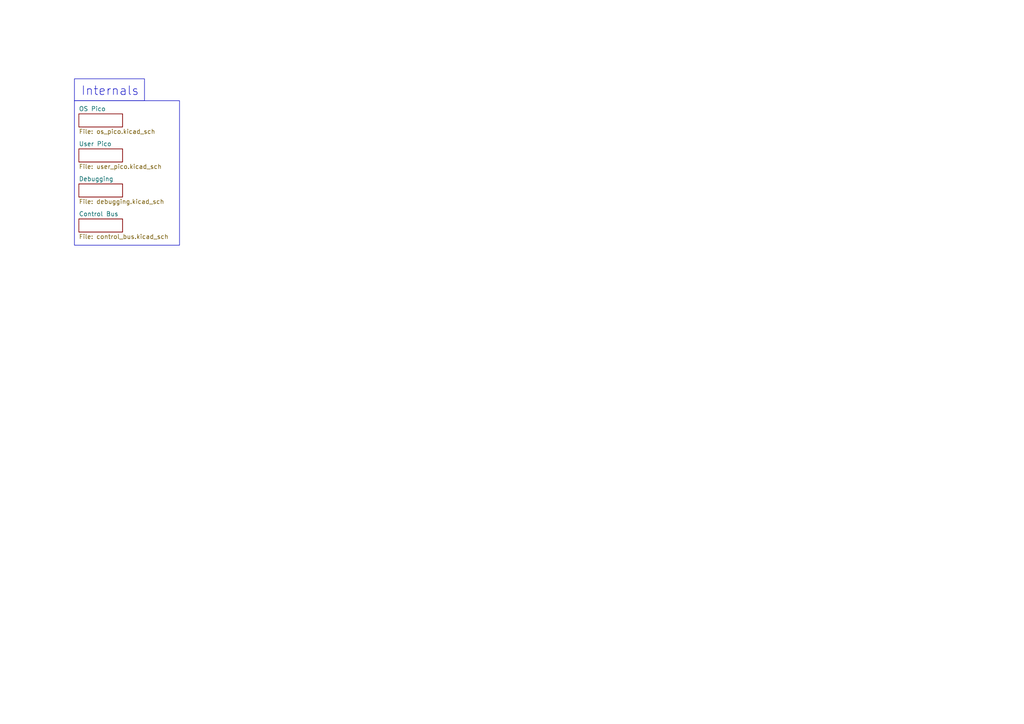
<source format=kicad_sch>
(kicad_sch (version 20230121) (generator eeschema)
  (paper "A4")
  (title_block (title "PICOnsole") (rev "1") (company "Bryce Dixon"))
  (lib_symbols)
  (rectangle (start 21.59 29.21) (end 52.07 71.12))
  (text_box "Internals" (at 21.59 22.86 0) (size 20.32 6.35) (effects (font (size 2.54 2.54)) (justify left top)))
  (sheet (at 22.86 43.18) (size 12.7 3.81) (stroke (width 0.1524))
    (property "Sheetname" "User Pico" (at 22.86 42.4684 0) (effects (justify left bottom)))
    (property "Sheetfile" "user_pico.kicad_sch" (at 22.86 47.5746 0) (effects (justify left top)))
  )
  (sheet (at 22.86 53.34) (size 12.7 3.81) (stroke (width 0.1524))
    (property "Sheetname" "Debugging" (at 22.86 52.6284 0) (effects (justify left bottom)))
    (property "Sheetfile" "debugging.kicad_sch" (at 22.86 57.7346 0) (effects (justify left top)))
  )
  (sheet (at 22.86 33.02) (size 12.7 3.81) (stroke (width 0.1524))
    (property "Sheetname" "OS Pico" (at 22.86 32.3084 0) (effects (justify left bottom)))
    (property "Sheetfile" "os_pico.kicad_sch" (at 22.86 37.4146 0) (effects (justify left top)))
  )
  (sheet (at 22.86 63.5) (size 12.7 3.81) (stroke (width 0.1524))
    (property "Sheetname" "Control Bus" (at 22.86 62.7884 0) (effects (justify left bottom)))
    (property "Sheetfile" "control_bus.kicad_sch" (at 22.86 67.8946 0) (effects (justify left top)))
  )
)
</source>
